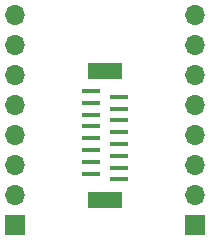
<source format=gts>
G04 #@! TF.GenerationSoftware,KiCad,Pcbnew,6.0.8+dfsg-1~bpo11+1*
G04 #@! TF.CreationDate,2023-08-01T09:03:40-04:00*
G04 #@! TF.ProjectId,fpc_1x16_conn_breakout,6670635f-3178-4313-965f-636f6e6e5f62,rev?*
G04 #@! TF.SameCoordinates,Original*
G04 #@! TF.FileFunction,Soldermask,Top*
G04 #@! TF.FilePolarity,Negative*
%FSLAX46Y46*%
G04 Gerber Fmt 4.6, Leading zero omitted, Abs format (unit mm)*
G04 Created by KiCad (PCBNEW 6.0.8+dfsg-1~bpo11+1) date 2023-08-01 09:03:40*
%MOMM*%
%LPD*%
G01*
G04 APERTURE LIST*
%ADD10R,1.600000X0.400000*%
%ADD11R,2.900000X1.400000*%
%ADD12R,1.700000X1.700000*%
%ADD13O,1.700000X1.700000*%
G04 APERTURE END LIST*
D10*
X173920000Y-92650000D03*
X171520000Y-92150000D03*
X173920000Y-91650000D03*
X171520000Y-91150000D03*
X173920000Y-90650000D03*
X171520000Y-90150000D03*
X173920000Y-89650000D03*
X171520000Y-89150000D03*
X173920000Y-88650000D03*
X171520000Y-88150000D03*
X173920000Y-87650000D03*
X171520000Y-87150000D03*
X173920000Y-86650000D03*
X171520000Y-86150000D03*
X173920000Y-85650000D03*
X171520000Y-85150000D03*
D11*
X172720000Y-94350000D03*
X172720000Y-83450000D03*
D12*
X165100000Y-96520000D03*
D13*
X165100000Y-93980000D03*
X165100000Y-91440000D03*
X165100000Y-88900000D03*
X165100000Y-86360000D03*
X165100000Y-83820000D03*
X165100000Y-81280000D03*
X165100000Y-78740000D03*
D12*
X180340000Y-96520000D03*
D13*
X180340000Y-93980000D03*
X180340000Y-91440000D03*
X180340000Y-88900000D03*
X180340000Y-86360000D03*
X180340000Y-83820000D03*
X180340000Y-81280000D03*
X180340000Y-78740000D03*
M02*

</source>
